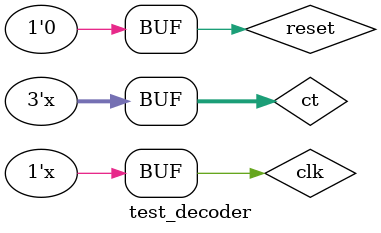
<source format=v>
module decoder3to8 (C, D);
	input [2:0] C;
	output [7:0] D;
	
	reg [7:0] D;
	
	always @(C)
		begin
			case (C)
				3'd0: D = 8'b11111110;
				3'd1: D = 8'b11111101;
				3'd2: D = 8'b11111011;
				3'd3: D = 8'b11110111;
				3'd4: D = 8'b11101111;
				3'd5: D = 8'b11011111; //disabled
				3'd6: D = 8'b10111111; //disabled
				3'd7: D = 8'b01111111; //disabled
				default:;
			endcase
		end
endmodule

module test_decoder;
	reg clk, reset;
	reg [2:0] ct;
	
	wire [7:0] d;
	
	decoder3to8 dec (ct, d);
	
	parameter cc = 10;
	
	always
		#cc clk = ~clk;
		
	always
		#(5*cc) ct = ct + 1;
		
	initial
	begin
		reset = 1;
		ct = 3'b000;
		clk = 0;
		#cc reset = 0;
	end
endmodule

</source>
